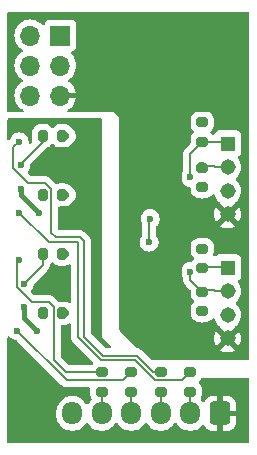
<source format=gbl>
%TF.GenerationSoftware,KiCad,Pcbnew,8.0.1*%
%TF.CreationDate,2024-08-07T00:37:21+09:00*%
%TF.ProjectId,insulation_board,696e7375-6c61-4746-996f-6e5f626f6172,rev?*%
%TF.SameCoordinates,Original*%
%TF.FileFunction,Copper,L2,Bot*%
%TF.FilePolarity,Positive*%
%FSLAX46Y46*%
G04 Gerber Fmt 4.6, Leading zero omitted, Abs format (unit mm)*
G04 Created by KiCad (PCBNEW 8.0.1) date 2024-08-07 00:37:21*
%MOMM*%
%LPD*%
G01*
G04 APERTURE LIST*
G04 Aperture macros list*
%AMRoundRect*
0 Rectangle with rounded corners*
0 $1 Rounding radius*
0 $2 $3 $4 $5 $6 $7 $8 $9 X,Y pos of 4 corners*
0 Add a 4 corners polygon primitive as box body*
4,1,4,$2,$3,$4,$5,$6,$7,$8,$9,$2,$3,0*
0 Add four circle primitives for the rounded corners*
1,1,$1+$1,$2,$3*
1,1,$1+$1,$4,$5*
1,1,$1+$1,$6,$7*
1,1,$1+$1,$8,$9*
0 Add four rect primitives between the rounded corners*
20,1,$1+$1,$2,$3,$4,$5,0*
20,1,$1+$1,$4,$5,$6,$7,0*
20,1,$1+$1,$6,$7,$8,$9,0*
20,1,$1+$1,$8,$9,$2,$3,0*%
G04 Aperture macros list end*
%TA.AperFunction,ComponentPad*%
%ADD10R,1.308000X1.308000*%
%TD*%
%TA.AperFunction,ComponentPad*%
%ADD11C,1.308000*%
%TD*%
%TA.AperFunction,ComponentPad*%
%ADD12RoundRect,0.250000X0.600000X0.725000X-0.600000X0.725000X-0.600000X-0.725000X0.600000X-0.725000X0*%
%TD*%
%TA.AperFunction,ComponentPad*%
%ADD13O,1.700000X1.950000*%
%TD*%
%TA.AperFunction,ComponentPad*%
%ADD14O,1.700000X1.700000*%
%TD*%
%TA.AperFunction,ComponentPad*%
%ADD15R,1.700000X1.700000*%
%TD*%
%TA.AperFunction,SMDPad,CuDef*%
%ADD16RoundRect,0.200000X-0.275000X0.200000X-0.275000X-0.200000X0.275000X-0.200000X0.275000X0.200000X0*%
%TD*%
%TA.AperFunction,SMDPad,CuDef*%
%ADD17RoundRect,0.200000X-0.200000X-0.275000X0.200000X-0.275000X0.200000X0.275000X-0.200000X0.275000X0*%
%TD*%
%TA.AperFunction,SMDPad,CuDef*%
%ADD18RoundRect,0.200000X0.275000X-0.200000X0.275000X0.200000X-0.275000X0.200000X-0.275000X-0.200000X0*%
%TD*%
%TA.AperFunction,ViaPad*%
%ADD19C,0.600000*%
%TD*%
%TA.AperFunction,Conductor*%
%ADD20C,1.500000*%
%TD*%
%TA.AperFunction,Conductor*%
%ADD21C,0.500000*%
%TD*%
%TA.AperFunction,Conductor*%
%ADD22C,0.400000*%
%TD*%
%TA.AperFunction,Conductor*%
%ADD23C,0.200000*%
%TD*%
G04 APERTURE END LIST*
D10*
%TO.P,J4,1,1*%
%TO.N,AN2*%
X181650000Y-54650000D03*
D11*
%TO.P,J4,2,2*%
%TO.N,AN1*%
X181650000Y-56650000D03*
%TO.P,J4,3,3*%
%TO.N,unconnected-(J4-Pad3)*%
X181650000Y-58650000D03*
%TO.P,J4,4,4*%
%TO.N,GND*%
X181650000Y-60650000D03*
%TD*%
D12*
%TO.P,J1,1,Pin_1*%
%TO.N,GND2*%
X181000000Y-77500000D03*
D13*
%TO.P,J1,2,Pin_2*%
%TO.N,DIR_R*%
X178500000Y-77500000D03*
%TO.P,J1,3,Pin_3*%
%TO.N,PWM_R*%
X176000000Y-77500000D03*
%TO.P,J1,4,Pin_4*%
%TO.N,DIR_L*%
X173500000Y-77500000D03*
%TO.P,J1,5,Pin_5*%
%TO.N,PWM_L*%
X171000000Y-77500000D03*
%TO.P,J1,6,Pin_6*%
%TO.N,+3V3*%
X168500000Y-77500000D03*
%TD*%
D10*
%TO.P,J2,1,1*%
%TO.N,IN2*%
X181650000Y-65150000D03*
D11*
%TO.P,J2,2,2*%
%TO.N,IN1*%
X181650000Y-67150000D03*
%TO.P,J2,3,3*%
%TO.N,unconnected-(J2-Pad3)*%
X181650000Y-69150000D03*
%TO.P,J2,4,4*%
%TO.N,GND*%
X181650000Y-71150000D03*
%TD*%
D14*
%TO.P,J3,6,Pin_6*%
%TO.N,unconnected-(J3-Pin_6-Pad6)*%
X164960000Y-50580000D03*
%TO.P,J3,5,Pin_5*%
%TO.N,GND*%
X167500000Y-50580000D03*
%TO.P,J3,4,Pin_4*%
%TO.N,unconnected-(J3-Pin_4-Pad4)*%
X164960000Y-48040000D03*
%TO.P,J3,3,Pin_3*%
%TO.N,+5V*%
X167500000Y-48040000D03*
%TO.P,J3,2,Pin_2*%
%TO.N,unconnected-(J3-Pin_2-Pad2)*%
X164960000Y-45500000D03*
D15*
%TO.P,J3,1,Pin_1*%
%TO.N,unconnected-(J3-Pin_1-Pad1)*%
X167500000Y-45500000D03*
%TD*%
D16*
%TO.P,R7,1*%
%TO.N,IN1*%
X179500000Y-67190000D03*
%TO.P,R7,2*%
%TO.N,+5V*%
X179500000Y-68840000D03*
%TD*%
D17*
%TO.P,R1,1*%
%TO.N,n_DIR_R*%
X166000000Y-54000000D03*
%TO.P,R1,2*%
%TO.N,Net-(IC1-A_1)*%
X167650000Y-54000000D03*
%TD*%
D18*
%TO.P,R5,1*%
%TO.N,IN2*%
X179500000Y-65190000D03*
%TO.P,R5,2*%
%TO.N,+5V*%
X179500000Y-63540000D03*
%TD*%
D17*
%TO.P,R4,1*%
%TO.N,n_PWM_L*%
X166000000Y-69000000D03*
%TO.P,R4,2*%
%TO.N,Net-(IC1-A_4)*%
X167650000Y-69000000D03*
%TD*%
D16*
%TO.P,R10,1*%
%TO.N,Net-(Q1-G2)*%
X176000000Y-74000000D03*
%TO.P,R10,2*%
%TO.N,PWM_R*%
X176000000Y-75650000D03*
%TD*%
D17*
%TO.P,R2,1*%
%TO.N,n_PWM_R*%
X166000000Y-59000000D03*
%TO.P,R2,2*%
%TO.N,Net-(IC1-A_2)*%
X167650000Y-59000000D03*
%TD*%
D16*
%TO.P,R8,1*%
%TO.N,AN1*%
X179500000Y-56690000D03*
%TO.P,R8,2*%
%TO.N,+5V*%
X179500000Y-58340000D03*
%TD*%
D18*
%TO.P,R6,1*%
%TO.N,AN2*%
X179500000Y-54500000D03*
%TO.P,R6,2*%
%TO.N,+5V*%
X179500000Y-52850000D03*
%TD*%
D16*
%TO.P,R16,1*%
%TO.N,Net-(Q2-G1)*%
X173500000Y-74000000D03*
%TO.P,R16,2*%
%TO.N,DIR_L*%
X173500000Y-75650000D03*
%TD*%
%TO.P,R11,1*%
%TO.N,Net-(Q1-G1)*%
X178500000Y-74000000D03*
%TO.P,R11,2*%
%TO.N,DIR_R*%
X178500000Y-75650000D03*
%TD*%
%TO.P,R13,1*%
%TO.N,Net-(Q2-G2)*%
X171000000Y-74000000D03*
%TO.P,R13,2*%
%TO.N,PWM_L*%
X171000000Y-75650000D03*
%TD*%
D17*
%TO.P,R3,1*%
%TO.N,n_DIR_L*%
X166000000Y-64000000D03*
%TO.P,R3,2*%
%TO.N,Net-(IC1-A_3)*%
X167650000Y-64000000D03*
%TD*%
D19*
%TO.N,GND*%
X169500000Y-50500000D03*
X180500000Y-59500000D03*
X173500000Y-69000000D03*
X183000000Y-70000000D03*
X173000000Y-60500000D03*
X177000000Y-61500000D03*
X170500000Y-45000000D03*
X179500000Y-71000000D03*
X183000000Y-72500000D03*
X177000000Y-56500000D03*
X174500000Y-71000000D03*
X177000000Y-71500000D03*
X182000000Y-51500000D03*
X180500000Y-70000000D03*
X182500000Y-62000000D03*
X172000000Y-50500000D03*
X177000000Y-66500000D03*
X174000000Y-53000000D03*
X182500000Y-46000000D03*
X176500000Y-46000000D03*
X180500000Y-72500000D03*
X180500000Y-61500000D03*
X183000000Y-59500000D03*
%TO.N,+5V*%
X179500000Y-53000000D03*
X179500000Y-69000000D03*
X179500000Y-58500000D03*
X179500000Y-63500000D03*
%TO.N,Net-(IC1-A_2)*%
X168000000Y-59000000D03*
%TO.N,GND2*%
X168000000Y-66500000D03*
X168000000Y-56500000D03*
X164000000Y-77500000D03*
X164000000Y-79000000D03*
X181000000Y-79500000D03*
X168000000Y-61500000D03*
X181000000Y-75500000D03*
X169500000Y-76000000D03*
X168000000Y-71500000D03*
X165500000Y-78000000D03*
X183000000Y-77500000D03*
%TO.N,Net-(IC1-A_3)*%
X168000000Y-64000000D03*
%TO.N,Net-(IC1-A_1)*%
X168000000Y-54000000D03*
%TO.N,Net-(IC1-A_4)*%
X168000000Y-69000000D03*
%TO.N,+3V3*%
X165500000Y-70500000D03*
X164424998Y-68500000D03*
X164124998Y-58500000D03*
X165650000Y-60500000D03*
%TO.N,AN2*%
X178500000Y-57500000D03*
%TO.N,IN2*%
X179500000Y-65000000D03*
%TO.N,AN1*%
X175100000Y-61000000D03*
X179500000Y-56500000D03*
X175000000Y-63000000D03*
%TO.N,IN1*%
X178500000Y-65500000D03*
%TO.N,Net-(Q1-G1)*%
X164000000Y-60500000D03*
%TO.N,n_PWM_R*%
X166000000Y-59000000D03*
%TO.N,Net-(Q1-G2)*%
X164000000Y-54500000D03*
%TO.N,n_DIR_R*%
X164124998Y-56500000D03*
%TO.N,Net-(Q2-G2)*%
X164000000Y-64500000D03*
%TO.N,n_PWM_L*%
X166000000Y-69000000D03*
%TO.N,Net-(Q2-G1)*%
X163850000Y-70500000D03*
%TO.N,n_DIR_L*%
X164424998Y-66500000D03*
%TD*%
D20*
%TO.N,GND*%
X177000000Y-56500000D02*
X177000000Y-61500000D01*
X177000000Y-66500000D02*
X177000000Y-71500000D01*
X177000000Y-61500000D02*
X177000000Y-66500000D01*
D21*
%TO.N,+5V*%
X179500000Y-52850000D02*
X179500000Y-53000000D01*
D22*
%TO.N,+3V3*%
X164424998Y-69424998D02*
X165500000Y-70500000D01*
X164424998Y-68500000D02*
X164424998Y-69424998D01*
X164124998Y-58500000D02*
X164124998Y-58974998D01*
X164124998Y-58974998D02*
X165650000Y-60500000D01*
D23*
%TO.N,AN2*%
X178500000Y-55500000D02*
X179500000Y-54500000D01*
X179500000Y-54500000D02*
X181500000Y-54500000D01*
X178500000Y-57500000D02*
X178500000Y-55500000D01*
X181500000Y-54500000D02*
X181650000Y-54650000D01*
%TO.N,IN2*%
X179500000Y-65190000D02*
X179500000Y-65000000D01*
X181610000Y-65190000D02*
X181650000Y-65150000D01*
X179500000Y-65000000D02*
X181610000Y-65190000D01*
%TO.N,AN1*%
X175100000Y-61000000D02*
X175000000Y-61100000D01*
X175000000Y-62500000D02*
X175000000Y-63000000D01*
X175000000Y-61100000D02*
X175000000Y-62500000D01*
X179500000Y-56690000D02*
X179500000Y-56500000D01*
X181610000Y-56690000D02*
X181650000Y-56650000D01*
X179500000Y-56500000D02*
X181610000Y-56690000D01*
%TO.N,IN1*%
X179500000Y-67000000D02*
X181610000Y-67190000D01*
X179500000Y-67190000D02*
X179500000Y-67000000D01*
X178500000Y-66190000D02*
X179500000Y-67190000D01*
X181610000Y-67190000D02*
X181650000Y-67150000D01*
X178500000Y-65500000D02*
X178500000Y-66190000D01*
%TO.N,PWM_R*%
X176000000Y-75650000D02*
X176000000Y-77500000D01*
%TO.N,DIR_L*%
X173500000Y-75650000D02*
X173500000Y-77500000D01*
%TO.N,PWM_L*%
X171000000Y-75650000D02*
X171000000Y-77500000D01*
%TO.N,DIR_R*%
X178500000Y-75650000D02*
X178500000Y-77500000D01*
%TO.N,Net-(Q1-G1)*%
X170934314Y-73000000D02*
X173812352Y-73000000D01*
X175512352Y-74700000D02*
X177800000Y-74700000D01*
X164000000Y-60500000D02*
X166500000Y-63000000D01*
X169000000Y-71065686D02*
X170934314Y-73000000D01*
X169000000Y-63000000D02*
X169000000Y-71065686D01*
X166500000Y-63000000D02*
X169000000Y-63000000D01*
X173812352Y-73000000D02*
X175512352Y-74700000D01*
X177800000Y-74700000D02*
X178500000Y-74000000D01*
%TO.N,Net-(Q1-G2)*%
X166700000Y-58512352D02*
X166700000Y-62200000D01*
X166700000Y-62200000D02*
X167100000Y-62600000D01*
X164776469Y-58000000D02*
X166187648Y-58000000D01*
X166187648Y-58000000D02*
X166700000Y-58512352D01*
X163524998Y-54975002D02*
X163524998Y-56748529D01*
X167100000Y-62600000D02*
X169165685Y-62600000D01*
X169500000Y-62934315D02*
X169500000Y-71000000D01*
X169500000Y-71000000D02*
X171100000Y-72600000D01*
X163524998Y-56748529D02*
X164776469Y-58000000D01*
X175378038Y-74000000D02*
X176000000Y-74000000D01*
X173978038Y-72600000D02*
X175378038Y-74000000D01*
X164000000Y-54500000D02*
X163524998Y-54975002D01*
X169165685Y-62600000D02*
X169500000Y-62934315D01*
X171100000Y-72600000D02*
X173978038Y-72600000D01*
%TO.N,n_DIR_R*%
X166000000Y-54500000D02*
X166000000Y-54000000D01*
X164124998Y-56375002D02*
X166000000Y-54500000D01*
X164124998Y-56500000D02*
X164124998Y-56375002D01*
%TO.N,Net-(Q2-G2)*%
X165065686Y-68065686D02*
X166503334Y-68065686D01*
X163824998Y-66824998D02*
X165065686Y-68065686D01*
X166950000Y-68512352D02*
X166950000Y-72950000D01*
X163824998Y-64675002D02*
X163824998Y-66824998D01*
X168000000Y-74000000D02*
X171000000Y-74000000D01*
X164000000Y-64500000D02*
X163824998Y-64675002D01*
X166503334Y-68065686D02*
X166950000Y-68512352D01*
X166950000Y-72950000D02*
X168000000Y-74000000D01*
%TO.N,Net-(Q2-G1)*%
X163850000Y-70500000D02*
X168050000Y-74700000D01*
X168050000Y-74700000D02*
X172800000Y-74700000D01*
X172800000Y-74700000D02*
X173500000Y-74000000D01*
%TO.N,n_DIR_L*%
X164424998Y-66500000D02*
X166000000Y-64924998D01*
X166000000Y-64924998D02*
X166000000Y-64000000D01*
%TD*%
%TA.AperFunction,Conductor*%
%TO.N,GND*%
G36*
X183442539Y-43519685D02*
G01*
X183488294Y-43572489D01*
X183499500Y-43624000D01*
X183499500Y-72876000D01*
X183479815Y-72943039D01*
X183427011Y-72988794D01*
X183375500Y-73000000D01*
X175278635Y-73000000D01*
X175211596Y-72980315D01*
X175190954Y-72963681D01*
X174465628Y-72238355D01*
X174465626Y-72238352D01*
X174346755Y-72119481D01*
X174346754Y-72119480D01*
X174259942Y-72069360D01*
X174259942Y-72069359D01*
X174259938Y-72069358D01*
X174209823Y-72040423D01*
X174057095Y-71999499D01*
X174050861Y-71999499D01*
X173983822Y-71979814D01*
X173963180Y-71963180D01*
X172536319Y-70536319D01*
X172502834Y-70474996D01*
X172500000Y-70448638D01*
X172500000Y-65500003D01*
X177694435Y-65500003D01*
X177714630Y-65679249D01*
X177714631Y-65679254D01*
X177774211Y-65849523D01*
X177834498Y-65945468D01*
X177867341Y-65997738D01*
X177870185Y-66002263D01*
X177872445Y-66005097D01*
X177873334Y-66007275D01*
X177873889Y-66008158D01*
X177873734Y-66008255D01*
X177898855Y-66069783D01*
X177899500Y-66082412D01*
X177899500Y-66103330D01*
X177899499Y-66103348D01*
X177899499Y-66269054D01*
X177899498Y-66269054D01*
X177940423Y-66421786D01*
X177951182Y-66440419D01*
X177951183Y-66440424D01*
X177951184Y-66440424D01*
X178019475Y-66558709D01*
X178019481Y-66558717D01*
X178138349Y-66677585D01*
X178138355Y-66677590D01*
X178488181Y-67027416D01*
X178521666Y-67088739D01*
X178524500Y-67115097D01*
X178524500Y-67446616D01*
X178526188Y-67465186D01*
X178530913Y-67517192D01*
X178581522Y-67679606D01*
X178669530Y-67825188D01*
X178771661Y-67927319D01*
X178805146Y-67988642D01*
X178800162Y-68058334D01*
X178771661Y-68102681D01*
X178669531Y-68204810D01*
X178669530Y-68204811D01*
X178581522Y-68350393D01*
X178530913Y-68512807D01*
X178524500Y-68583386D01*
X178524500Y-69096613D01*
X178530913Y-69167192D01*
X178530913Y-69167194D01*
X178530914Y-69167196D01*
X178581522Y-69329606D01*
X178601738Y-69363048D01*
X178669530Y-69475188D01*
X178789811Y-69595469D01*
X178789813Y-69595470D01*
X178789815Y-69595472D01*
X178935394Y-69683478D01*
X179097804Y-69734086D01*
X179168384Y-69740500D01*
X179171453Y-69740500D01*
X179212407Y-69747458D01*
X179320745Y-69785368D01*
X179320751Y-69785368D01*
X179320753Y-69785369D01*
X179499996Y-69805565D01*
X179500000Y-69805565D01*
X179500004Y-69805565D01*
X179679246Y-69785369D01*
X179679245Y-69785369D01*
X179679255Y-69785368D01*
X179787592Y-69747458D01*
X179828547Y-69740500D01*
X179831613Y-69740500D01*
X179831616Y-69740500D01*
X179902196Y-69734086D01*
X180064606Y-69683478D01*
X180210185Y-69595472D01*
X180330472Y-69475185D01*
X180330474Y-69475180D01*
X180335094Y-69469285D01*
X180337576Y-69471230D01*
X180378504Y-69433712D01*
X180447357Y-69421839D01*
X180511700Y-69449075D01*
X180551104Y-69506773D01*
X180552416Y-69511087D01*
X180568847Y-69568837D01*
X180568849Y-69568841D01*
X180664219Y-69760370D01*
X180793160Y-69931115D01*
X180951275Y-70075256D01*
X180968792Y-70086102D01*
X181015428Y-70138130D01*
X181020166Y-70166612D01*
X181603554Y-70750000D01*
X181597339Y-70750000D01*
X181495606Y-70777259D01*
X181404394Y-70829920D01*
X181329920Y-70904394D01*
X181277259Y-70995606D01*
X181250000Y-71097339D01*
X181250000Y-71103553D01*
X180673980Y-70527533D01*
X180664646Y-70539893D01*
X180569321Y-70731330D01*
X180569315Y-70731345D01*
X180510789Y-70937043D01*
X180510788Y-70937045D01*
X180491056Y-71149999D01*
X180491056Y-71150000D01*
X180510788Y-71362954D01*
X180510789Y-71362956D01*
X180569315Y-71568654D01*
X180569321Y-71568669D01*
X180664642Y-71760099D01*
X180664647Y-71760107D01*
X180673980Y-71772465D01*
X181250000Y-71196445D01*
X181250000Y-71202661D01*
X181277259Y-71304394D01*
X181329920Y-71395606D01*
X181404394Y-71470080D01*
X181495606Y-71522741D01*
X181597339Y-71550000D01*
X181603553Y-71550000D01*
X181030086Y-72123465D01*
X181133413Y-72187443D01*
X181133414Y-72187444D01*
X181332837Y-72264700D01*
X181543068Y-72304000D01*
X181756932Y-72304000D01*
X181967162Y-72264700D01*
X182166585Y-72187444D01*
X182166589Y-72187442D01*
X182269911Y-72123466D01*
X182269911Y-72123465D01*
X181696448Y-71550000D01*
X181702661Y-71550000D01*
X181804394Y-71522741D01*
X181895606Y-71470080D01*
X181970080Y-71395606D01*
X182022741Y-71304394D01*
X182050000Y-71202661D01*
X182050000Y-71196446D01*
X182626018Y-71772464D01*
X182626019Y-71772464D01*
X182635352Y-71760107D01*
X182635355Y-71760102D01*
X182730678Y-71568669D01*
X182730684Y-71568654D01*
X182789210Y-71362956D01*
X182789211Y-71362954D01*
X182808944Y-71150000D01*
X182808944Y-71149999D01*
X182789211Y-70937045D01*
X182789210Y-70937043D01*
X182730684Y-70731345D01*
X182730678Y-70731330D01*
X182635357Y-70539901D01*
X182635355Y-70539898D01*
X182626018Y-70527534D01*
X182050000Y-71103552D01*
X182050000Y-71097339D01*
X182022741Y-70995606D01*
X181970080Y-70904394D01*
X181895606Y-70829920D01*
X181804394Y-70777259D01*
X181702661Y-70750000D01*
X181696447Y-70750000D01*
X182280087Y-70166357D01*
X182285137Y-70136959D01*
X182331203Y-70086105D01*
X182348722Y-70075258D01*
X182506841Y-69931114D01*
X182635781Y-69760370D01*
X182731151Y-69568840D01*
X182731151Y-69568837D01*
X182731153Y-69568835D01*
X182789703Y-69363050D01*
X182789704Y-69363047D01*
X182809446Y-69150000D01*
X182809446Y-69149999D01*
X182789704Y-68936952D01*
X182789703Y-68936949D01*
X182731153Y-68731164D01*
X182731150Y-68731158D01*
X182635781Y-68539630D01*
X182506841Y-68368886D01*
X182367251Y-68241633D01*
X182330973Y-68181927D01*
X182332733Y-68112079D01*
X182367251Y-68058366D01*
X182506841Y-67931114D01*
X182635781Y-67760370D01*
X182731151Y-67568840D01*
X182731151Y-67568837D01*
X182731153Y-67568835D01*
X182789703Y-67363050D01*
X182789704Y-67363047D01*
X182809446Y-67150000D01*
X182809446Y-67149999D01*
X182789704Y-66936952D01*
X182789703Y-66936949D01*
X182731153Y-66731164D01*
X182731150Y-66731158D01*
X182635781Y-66539630D01*
X182537724Y-66409782D01*
X182513033Y-66344422D01*
X182527598Y-66276087D01*
X182562366Y-66235791D01*
X182661546Y-66161546D01*
X182747796Y-66046331D01*
X182798091Y-65911483D01*
X182804500Y-65851873D01*
X182804499Y-64448128D01*
X182798091Y-64388517D01*
X182776868Y-64331616D01*
X182747797Y-64253671D01*
X182747793Y-64253664D01*
X182661547Y-64138455D01*
X182661544Y-64138452D01*
X182546335Y-64052206D01*
X182546328Y-64052202D01*
X182411482Y-64001908D01*
X182411483Y-64001908D01*
X182351883Y-63995501D01*
X182351881Y-63995500D01*
X182351873Y-63995500D01*
X182351864Y-63995500D01*
X180948129Y-63995500D01*
X180948123Y-63995501D01*
X180888516Y-64001908D01*
X180753671Y-64052202D01*
X180753664Y-64052206D01*
X180638455Y-64138452D01*
X180638453Y-64138454D01*
X180635725Y-64142099D01*
X180579789Y-64183967D01*
X180510098Y-64188948D01*
X180448776Y-64155460D01*
X180415294Y-64094135D01*
X180418076Y-64030893D01*
X180418476Y-64029609D01*
X180418478Y-64029606D01*
X180469086Y-63867196D01*
X180475500Y-63796616D01*
X180475500Y-63283384D01*
X180469086Y-63212804D01*
X180418478Y-63050394D01*
X180330472Y-62904815D01*
X180330470Y-62904813D01*
X180330469Y-62904811D01*
X180210188Y-62784530D01*
X180064606Y-62696522D01*
X179902196Y-62645914D01*
X179902194Y-62645913D01*
X179902192Y-62645913D01*
X179852778Y-62641423D01*
X179831616Y-62639500D01*
X179168384Y-62639500D01*
X179149145Y-62641248D01*
X179097807Y-62645913D01*
X178935393Y-62696522D01*
X178789811Y-62784530D01*
X178669530Y-62904811D01*
X178581522Y-63050393D01*
X178530913Y-63212807D01*
X178524500Y-63283386D01*
X178524500Y-63796613D01*
X178530913Y-63867192D01*
X178581522Y-64029606D01*
X178669530Y-64175188D01*
X178771661Y-64277319D01*
X178805146Y-64338642D01*
X178800162Y-64408334D01*
X178771661Y-64452681D01*
X178669531Y-64554810D01*
X178669528Y-64554814D01*
X178620780Y-64635453D01*
X178569252Y-64682640D01*
X178506963Y-64693452D01*
X178506963Y-64694435D01*
X178501304Y-64694435D01*
X178500791Y-64694524D01*
X178500000Y-64694435D01*
X178499996Y-64694435D01*
X178320750Y-64714630D01*
X178320745Y-64714631D01*
X178150476Y-64774211D01*
X177997737Y-64870184D01*
X177870184Y-64997737D01*
X177774211Y-65150476D01*
X177714631Y-65320745D01*
X177714630Y-65320750D01*
X177694435Y-65499996D01*
X177694435Y-65500003D01*
X172500000Y-65500003D01*
X172500000Y-63000003D01*
X174194435Y-63000003D01*
X174214630Y-63179249D01*
X174214631Y-63179254D01*
X174274211Y-63349523D01*
X174328168Y-63435394D01*
X174370184Y-63502262D01*
X174497738Y-63629816D01*
X174559119Y-63668384D01*
X174632721Y-63714632D01*
X174650478Y-63725789D01*
X174788860Y-63774211D01*
X174820745Y-63785368D01*
X174820750Y-63785369D01*
X174999996Y-63805565D01*
X175000000Y-63805565D01*
X175000004Y-63805565D01*
X175179249Y-63785369D01*
X175179252Y-63785368D01*
X175179255Y-63785368D01*
X175349522Y-63725789D01*
X175502262Y-63629816D01*
X175629816Y-63502262D01*
X175725789Y-63349522D01*
X175785368Y-63179255D01*
X175802082Y-63030914D01*
X175805565Y-63000003D01*
X175805565Y-62999996D01*
X175785369Y-62820750D01*
X175785368Y-62820745D01*
X175725788Y-62650476D01*
X175629813Y-62497734D01*
X175627550Y-62494896D01*
X175626659Y-62492715D01*
X175626111Y-62491842D01*
X175626264Y-62491745D01*
X175601144Y-62430209D01*
X175600500Y-62417587D01*
X175600500Y-61682940D01*
X175620185Y-61615901D01*
X175636819Y-61595259D01*
X175729816Y-61502262D01*
X175825789Y-61349522D01*
X175885368Y-61179255D01*
X175887203Y-61162968D01*
X175905565Y-61000003D01*
X175905565Y-60999996D01*
X175885369Y-60820750D01*
X175885368Y-60820745D01*
X175848237Y-60714632D01*
X175825789Y-60650478D01*
X175729816Y-60497738D01*
X175602262Y-60370184D01*
X175449523Y-60274211D01*
X175279254Y-60214631D01*
X175279249Y-60214630D01*
X175100004Y-60194435D01*
X175099996Y-60194435D01*
X174920750Y-60214630D01*
X174920745Y-60214631D01*
X174750476Y-60274211D01*
X174597737Y-60370184D01*
X174470184Y-60497737D01*
X174374211Y-60650476D01*
X174314631Y-60820745D01*
X174314630Y-60820750D01*
X174294435Y-60999996D01*
X174294435Y-61000003D01*
X174314630Y-61179249D01*
X174314631Y-61179254D01*
X174374212Y-61349525D01*
X174380492Y-61359519D01*
X174399500Y-61425493D01*
X174399500Y-62417587D01*
X174379815Y-62484626D01*
X174372450Y-62494896D01*
X174370186Y-62497734D01*
X174274211Y-62650476D01*
X174214631Y-62820745D01*
X174214630Y-62820750D01*
X174194435Y-62999996D01*
X174194435Y-63000003D01*
X172500000Y-63000003D01*
X172500000Y-57500003D01*
X177694435Y-57500003D01*
X177714630Y-57679249D01*
X177714631Y-57679254D01*
X177774211Y-57849523D01*
X177858830Y-57984192D01*
X177870184Y-58002262D01*
X177997738Y-58129816D01*
X178150478Y-58225789D01*
X178320745Y-58285368D01*
X178320750Y-58285369D01*
X178379609Y-58292000D01*
X178414382Y-58295918D01*
X178478796Y-58322984D01*
X178518352Y-58380578D01*
X178524500Y-58419138D01*
X178524500Y-58596613D01*
X178530913Y-58667192D01*
X178530913Y-58667194D01*
X178530914Y-58667196D01*
X178581522Y-58829606D01*
X178627706Y-58906004D01*
X178669530Y-58975188D01*
X178789811Y-59095469D01*
X178789813Y-59095470D01*
X178789815Y-59095472D01*
X178935394Y-59183478D01*
X179097804Y-59234086D01*
X179168384Y-59240500D01*
X179171453Y-59240500D01*
X179212407Y-59247458D01*
X179320745Y-59285368D01*
X179320751Y-59285368D01*
X179320753Y-59285369D01*
X179499996Y-59305565D01*
X179500000Y-59305565D01*
X179500004Y-59305565D01*
X179679246Y-59285369D01*
X179679245Y-59285369D01*
X179679255Y-59285368D01*
X179787592Y-59247458D01*
X179828547Y-59240500D01*
X179831613Y-59240500D01*
X179831616Y-59240500D01*
X179902196Y-59234086D01*
X180064606Y-59183478D01*
X180210185Y-59095472D01*
X180330472Y-58975185D01*
X180330474Y-58975180D01*
X180335094Y-58969285D01*
X180337576Y-58971230D01*
X180378504Y-58933712D01*
X180447357Y-58921839D01*
X180511700Y-58949075D01*
X180551104Y-59006773D01*
X180552416Y-59011087D01*
X180568847Y-59068837D01*
X180568849Y-59068841D01*
X180664219Y-59260370D01*
X180793160Y-59431115D01*
X180951275Y-59575256D01*
X180968792Y-59586102D01*
X181015428Y-59638130D01*
X181020166Y-59666612D01*
X181603554Y-60250000D01*
X181597339Y-60250000D01*
X181495606Y-60277259D01*
X181404394Y-60329920D01*
X181329920Y-60404394D01*
X181277259Y-60495606D01*
X181250000Y-60597339D01*
X181250000Y-60603553D01*
X180673980Y-60027533D01*
X180664646Y-60039893D01*
X180569321Y-60231330D01*
X180569315Y-60231345D01*
X180510789Y-60437043D01*
X180510788Y-60437045D01*
X180491056Y-60649999D01*
X180491056Y-60650000D01*
X180510788Y-60862954D01*
X180510789Y-60862956D01*
X180569315Y-61068654D01*
X180569321Y-61068669D01*
X180664642Y-61260099D01*
X180664647Y-61260107D01*
X180673980Y-61272465D01*
X181250000Y-60696445D01*
X181250000Y-60702661D01*
X181277259Y-60804394D01*
X181329920Y-60895606D01*
X181404394Y-60970080D01*
X181495606Y-61022741D01*
X181597339Y-61050000D01*
X181603553Y-61050000D01*
X181030086Y-61623465D01*
X181133413Y-61687443D01*
X181133414Y-61687444D01*
X181332837Y-61764700D01*
X181543068Y-61804000D01*
X181756932Y-61804000D01*
X181967162Y-61764700D01*
X182166585Y-61687444D01*
X182166589Y-61687442D01*
X182269911Y-61623466D01*
X182269911Y-61623465D01*
X181696448Y-61050000D01*
X181702661Y-61050000D01*
X181804394Y-61022741D01*
X181895606Y-60970080D01*
X181970080Y-60895606D01*
X182022741Y-60804394D01*
X182050000Y-60702661D01*
X182050000Y-60696446D01*
X182626018Y-61272464D01*
X182626019Y-61272464D01*
X182635352Y-61260107D01*
X182635355Y-61260102D01*
X182730678Y-61068669D01*
X182730684Y-61068654D01*
X182789210Y-60862956D01*
X182789211Y-60862954D01*
X182808944Y-60650000D01*
X182808944Y-60649999D01*
X182789211Y-60437045D01*
X182789210Y-60437043D01*
X182730684Y-60231345D01*
X182730678Y-60231330D01*
X182635357Y-60039901D01*
X182635355Y-60039898D01*
X182626018Y-60027534D01*
X182050000Y-60603552D01*
X182050000Y-60597339D01*
X182022741Y-60495606D01*
X181970080Y-60404394D01*
X181895606Y-60329920D01*
X181804394Y-60277259D01*
X181702661Y-60250000D01*
X181696447Y-60250000D01*
X182280087Y-59666357D01*
X182285137Y-59636959D01*
X182331203Y-59586105D01*
X182348722Y-59575258D01*
X182506841Y-59431114D01*
X182635781Y-59260370D01*
X182731151Y-59068840D01*
X182731151Y-59068837D01*
X182731153Y-59068835D01*
X182789703Y-58863050D01*
X182789704Y-58863047D01*
X182809446Y-58650000D01*
X182809446Y-58649999D01*
X182789704Y-58436952D01*
X182789703Y-58436949D01*
X182731153Y-58231164D01*
X182731150Y-58231158D01*
X182680688Y-58129816D01*
X182635781Y-58039630D01*
X182506841Y-57868886D01*
X182367251Y-57741633D01*
X182330973Y-57681927D01*
X182332733Y-57612079D01*
X182367251Y-57558366D01*
X182506841Y-57431114D01*
X182635781Y-57260370D01*
X182731151Y-57068840D01*
X182731151Y-57068837D01*
X182731153Y-57068835D01*
X182789703Y-56863050D01*
X182789704Y-56863047D01*
X182809446Y-56650000D01*
X182809446Y-56649999D01*
X182789704Y-56436952D01*
X182789703Y-56436949D01*
X182731153Y-56231164D01*
X182731150Y-56231158D01*
X182690976Y-56150478D01*
X182635781Y-56039630D01*
X182537724Y-55909782D01*
X182513033Y-55844422D01*
X182527598Y-55776087D01*
X182562366Y-55735791D01*
X182661546Y-55661546D01*
X182747796Y-55546331D01*
X182798091Y-55411483D01*
X182804500Y-55351873D01*
X182804499Y-53948128D01*
X182798091Y-53888517D01*
X182791253Y-53870184D01*
X182747797Y-53753671D01*
X182747793Y-53753664D01*
X182661547Y-53638455D01*
X182661544Y-53638452D01*
X182546335Y-53552206D01*
X182546328Y-53552202D01*
X182411482Y-53501908D01*
X182411483Y-53501908D01*
X182351883Y-53495501D01*
X182351881Y-53495500D01*
X182351873Y-53495500D01*
X182351864Y-53495500D01*
X180948129Y-53495500D01*
X180948123Y-53495501D01*
X180888516Y-53501908D01*
X180753671Y-53552202D01*
X180753664Y-53552206D01*
X180638455Y-53638452D01*
X180638452Y-53638455D01*
X180552206Y-53753664D01*
X180552202Y-53753671D01*
X180529204Y-53815335D01*
X180487333Y-53871268D01*
X180421869Y-53895686D01*
X180353596Y-53880835D01*
X180325341Y-53859683D01*
X180228339Y-53762681D01*
X180194854Y-53701358D01*
X180199838Y-53631666D01*
X180228339Y-53587319D01*
X180330468Y-53485189D01*
X180330469Y-53485188D01*
X180330472Y-53485185D01*
X180418478Y-53339606D01*
X180469086Y-53177196D01*
X180475500Y-53106616D01*
X180475500Y-52593384D01*
X180469086Y-52522804D01*
X180418478Y-52360394D01*
X180330472Y-52214815D01*
X180330470Y-52214813D01*
X180330469Y-52214811D01*
X180210188Y-52094530D01*
X180064606Y-52006522D01*
X180043676Y-52000000D01*
X179902196Y-51955914D01*
X179902194Y-51955913D01*
X179902192Y-51955913D01*
X179852778Y-51951423D01*
X179831616Y-51949500D01*
X179168384Y-51949500D01*
X179149145Y-51951248D01*
X179097807Y-51955913D01*
X178935393Y-52006522D01*
X178789811Y-52094530D01*
X178669530Y-52214811D01*
X178581522Y-52360393D01*
X178530913Y-52522807D01*
X178524500Y-52593386D01*
X178524500Y-53106613D01*
X178530913Y-53177192D01*
X178581522Y-53339606D01*
X178669530Y-53485188D01*
X178771661Y-53587319D01*
X178805146Y-53648642D01*
X178800162Y-53718334D01*
X178771661Y-53762681D01*
X178669531Y-53864810D01*
X178669530Y-53864811D01*
X178581522Y-54010393D01*
X178530913Y-54172807D01*
X178524500Y-54243386D01*
X178524500Y-54574902D01*
X178504815Y-54641941D01*
X178488181Y-54662583D01*
X178019481Y-55131282D01*
X178019477Y-55131287D01*
X177975889Y-55206786D01*
X177975889Y-55206787D01*
X177940423Y-55268214D01*
X177935827Y-55285368D01*
X177899499Y-55420943D01*
X177899499Y-55420945D01*
X177899499Y-55589046D01*
X177899500Y-55589059D01*
X177899500Y-56917587D01*
X177879815Y-56984626D01*
X177872450Y-56994896D01*
X177870186Y-56997734D01*
X177774211Y-57150476D01*
X177714631Y-57320745D01*
X177714630Y-57320750D01*
X177694435Y-57499996D01*
X177694435Y-57500003D01*
X172500000Y-57500003D01*
X172500000Y-52500000D01*
X172000000Y-52000000D01*
X168208500Y-52000000D01*
X168141461Y-51980315D01*
X168095706Y-51927511D01*
X168085762Y-51858353D01*
X168114787Y-51794797D01*
X168156095Y-51763618D01*
X168177578Y-51753600D01*
X168371082Y-51618105D01*
X168538105Y-51451082D01*
X168673600Y-51257578D01*
X168773429Y-51043492D01*
X168773432Y-51043486D01*
X168830636Y-50830000D01*
X167933012Y-50830000D01*
X167965925Y-50772993D01*
X168000000Y-50645826D01*
X168000000Y-50514174D01*
X167965925Y-50387007D01*
X167933012Y-50330000D01*
X168830636Y-50330000D01*
X168830635Y-50329999D01*
X168773432Y-50116513D01*
X168773429Y-50116507D01*
X168673600Y-49902422D01*
X168673599Y-49902420D01*
X168538113Y-49708926D01*
X168538108Y-49708920D01*
X168371078Y-49541890D01*
X168185405Y-49411879D01*
X168141780Y-49357302D01*
X168134588Y-49287804D01*
X168166110Y-49225449D01*
X168185406Y-49208730D01*
X168185842Y-49208425D01*
X168371401Y-49078495D01*
X168538495Y-48911401D01*
X168674035Y-48717830D01*
X168773903Y-48503663D01*
X168835063Y-48275408D01*
X168855659Y-48040000D01*
X168835063Y-47804592D01*
X168773903Y-47576337D01*
X168674035Y-47362171D01*
X168668424Y-47354158D01*
X168538496Y-47168600D01*
X168538493Y-47168597D01*
X168416567Y-47046671D01*
X168383084Y-46985351D01*
X168388068Y-46915659D01*
X168429939Y-46859725D01*
X168460915Y-46842810D01*
X168592331Y-46793796D01*
X168707546Y-46707546D01*
X168793796Y-46592331D01*
X168844091Y-46457483D01*
X168850500Y-46397873D01*
X168850499Y-44602128D01*
X168844091Y-44542517D01*
X168842810Y-44539083D01*
X168793797Y-44407671D01*
X168793793Y-44407664D01*
X168707547Y-44292455D01*
X168707544Y-44292452D01*
X168592335Y-44206206D01*
X168592328Y-44206202D01*
X168457482Y-44155908D01*
X168457483Y-44155908D01*
X168397883Y-44149501D01*
X168397881Y-44149500D01*
X168397873Y-44149500D01*
X168397864Y-44149500D01*
X166602129Y-44149500D01*
X166602123Y-44149501D01*
X166542516Y-44155908D01*
X166407671Y-44206202D01*
X166407664Y-44206206D01*
X166292455Y-44292452D01*
X166292452Y-44292455D01*
X166206206Y-44407664D01*
X166206203Y-44407669D01*
X166157189Y-44539083D01*
X166115317Y-44595016D01*
X166049853Y-44619433D01*
X165981580Y-44604581D01*
X165953326Y-44583430D01*
X165831402Y-44461506D01*
X165831395Y-44461501D01*
X165637834Y-44325967D01*
X165637830Y-44325965D01*
X165637828Y-44325964D01*
X165423663Y-44226097D01*
X165423659Y-44226096D01*
X165423655Y-44226094D01*
X165195413Y-44164938D01*
X165195403Y-44164936D01*
X164960001Y-44144341D01*
X164959999Y-44144341D01*
X164724596Y-44164936D01*
X164724586Y-44164938D01*
X164496344Y-44226094D01*
X164496335Y-44226098D01*
X164282171Y-44325964D01*
X164282169Y-44325965D01*
X164088597Y-44461505D01*
X163921505Y-44628597D01*
X163785965Y-44822169D01*
X163785964Y-44822171D01*
X163686098Y-45036335D01*
X163686094Y-45036344D01*
X163624938Y-45264586D01*
X163624936Y-45264596D01*
X163604341Y-45499999D01*
X163604341Y-45500000D01*
X163624936Y-45735403D01*
X163624938Y-45735413D01*
X163686094Y-45963655D01*
X163686096Y-45963659D01*
X163686097Y-45963663D01*
X163770499Y-46144663D01*
X163785965Y-46177830D01*
X163785967Y-46177834D01*
X163921501Y-46371395D01*
X163921506Y-46371402D01*
X164088597Y-46538493D01*
X164088603Y-46538498D01*
X164274158Y-46668425D01*
X164317783Y-46723002D01*
X164324977Y-46792500D01*
X164293454Y-46854855D01*
X164274158Y-46871575D01*
X164088597Y-47001505D01*
X163921505Y-47168597D01*
X163785965Y-47362169D01*
X163785964Y-47362171D01*
X163686098Y-47576335D01*
X163686094Y-47576344D01*
X163624938Y-47804586D01*
X163624936Y-47804596D01*
X163604341Y-48039999D01*
X163604341Y-48040000D01*
X163624936Y-48275403D01*
X163624938Y-48275413D01*
X163686094Y-48503655D01*
X163686096Y-48503659D01*
X163686097Y-48503663D01*
X163690000Y-48512032D01*
X163785965Y-48717830D01*
X163785967Y-48717834D01*
X163894281Y-48872521D01*
X163921501Y-48911396D01*
X163921506Y-48911402D01*
X164088597Y-49078493D01*
X164088603Y-49078498D01*
X164274158Y-49208425D01*
X164317783Y-49263002D01*
X164324977Y-49332500D01*
X164293454Y-49394855D01*
X164274158Y-49411575D01*
X164088597Y-49541505D01*
X163921505Y-49708597D01*
X163785965Y-49902169D01*
X163785964Y-49902171D01*
X163686098Y-50116335D01*
X163686094Y-50116344D01*
X163624938Y-50344586D01*
X163624936Y-50344596D01*
X163604341Y-50579999D01*
X163604341Y-50580000D01*
X163624936Y-50815403D01*
X163624938Y-50815413D01*
X163686094Y-51043655D01*
X163686096Y-51043659D01*
X163686097Y-51043663D01*
X163769155Y-51221781D01*
X163785965Y-51257830D01*
X163785967Y-51257834D01*
X163894281Y-51412521D01*
X163921505Y-51451401D01*
X164088599Y-51618495D01*
X164185384Y-51686265D01*
X164282165Y-51754032D01*
X164282166Y-51754032D01*
X164282170Y-51754035D01*
X164302721Y-51763618D01*
X164355160Y-51809791D01*
X164374312Y-51876985D01*
X164354096Y-51943866D01*
X164300930Y-51989200D01*
X164250316Y-52000000D01*
X163124500Y-52000000D01*
X163057461Y-51980315D01*
X163011706Y-51927511D01*
X163000500Y-51876000D01*
X163000500Y-43624000D01*
X163020185Y-43556961D01*
X163072989Y-43511206D01*
X163124500Y-43500000D01*
X183375500Y-43500000D01*
X183442539Y-43519685D01*
G37*
%TD.AperFunction*%
%TD*%
%TA.AperFunction,Conductor*%
%TO.N,GND2*%
G36*
X163205703Y-70987445D02*
G01*
X163215229Y-70997368D01*
X163215260Y-70997338D01*
X163220184Y-71002262D01*
X163347738Y-71129816D01*
X163500478Y-71225789D01*
X163670745Y-71285368D01*
X163757669Y-71295161D01*
X163822080Y-71322226D01*
X163831465Y-71330700D01*
X167565139Y-75064374D01*
X167565149Y-75064385D01*
X167569479Y-75068715D01*
X167569480Y-75068716D01*
X167681284Y-75180520D01*
X167768095Y-75230639D01*
X167768097Y-75230641D01*
X167806151Y-75252611D01*
X167818215Y-75259577D01*
X167970943Y-75300501D01*
X167970946Y-75300501D01*
X168136653Y-75300501D01*
X168136669Y-75300500D01*
X169900500Y-75300500D01*
X169967539Y-75320185D01*
X170013294Y-75372989D01*
X170024500Y-75424500D01*
X170024500Y-75906613D01*
X170030913Y-75977192D01*
X170030913Y-75977194D01*
X170030914Y-75977196D01*
X170081522Y-76139606D01*
X170123184Y-76208523D01*
X170141021Y-76276077D01*
X170119504Y-76342551D01*
X170104750Y-76360354D01*
X169969889Y-76495215D01*
X169850318Y-76659793D01*
X169794989Y-76702459D01*
X169725375Y-76708438D01*
X169663580Y-76675833D01*
X169649682Y-76659793D01*
X169530109Y-76495214D01*
X169530105Y-76495209D01*
X169379786Y-76344890D01*
X169207820Y-76219951D01*
X169018414Y-76123444D01*
X169018413Y-76123443D01*
X169018412Y-76123443D01*
X168816243Y-76057754D01*
X168816241Y-76057753D01*
X168816240Y-76057753D01*
X168654957Y-76032208D01*
X168606287Y-76024500D01*
X168393713Y-76024500D01*
X168345042Y-76032208D01*
X168183760Y-76057753D01*
X167981585Y-76123444D01*
X167792179Y-76219951D01*
X167620213Y-76344890D01*
X167469890Y-76495213D01*
X167344951Y-76667179D01*
X167248444Y-76856585D01*
X167182753Y-77058760D01*
X167173069Y-77119905D01*
X167149500Y-77268713D01*
X167149500Y-77731287D01*
X167182754Y-77941243D01*
X167193722Y-77975000D01*
X167248444Y-78143414D01*
X167344951Y-78332820D01*
X167469890Y-78504786D01*
X167620213Y-78655109D01*
X167792179Y-78780048D01*
X167792181Y-78780049D01*
X167792184Y-78780051D01*
X167981588Y-78876557D01*
X168183757Y-78942246D01*
X168393713Y-78975500D01*
X168393714Y-78975500D01*
X168606286Y-78975500D01*
X168606287Y-78975500D01*
X168816243Y-78942246D01*
X169018412Y-78876557D01*
X169207816Y-78780051D01*
X169229789Y-78764086D01*
X169379786Y-78655109D01*
X169379788Y-78655106D01*
X169379792Y-78655104D01*
X169530104Y-78504792D01*
X169649683Y-78340204D01*
X169705011Y-78297540D01*
X169774624Y-78291561D01*
X169836420Y-78324166D01*
X169850313Y-78340199D01*
X169877552Y-78377690D01*
X169969896Y-78504792D01*
X170120213Y-78655109D01*
X170292179Y-78780048D01*
X170292181Y-78780049D01*
X170292184Y-78780051D01*
X170481588Y-78876557D01*
X170683757Y-78942246D01*
X170893713Y-78975500D01*
X170893714Y-78975500D01*
X171106286Y-78975500D01*
X171106287Y-78975500D01*
X171316243Y-78942246D01*
X171518412Y-78876557D01*
X171707816Y-78780051D01*
X171729789Y-78764086D01*
X171879786Y-78655109D01*
X171879788Y-78655106D01*
X171879792Y-78655104D01*
X172030104Y-78504792D01*
X172149683Y-78340204D01*
X172205011Y-78297540D01*
X172274624Y-78291561D01*
X172336420Y-78324166D01*
X172350313Y-78340199D01*
X172377552Y-78377690D01*
X172469896Y-78504792D01*
X172620213Y-78655109D01*
X172792179Y-78780048D01*
X172792181Y-78780049D01*
X172792184Y-78780051D01*
X172981588Y-78876557D01*
X173183757Y-78942246D01*
X173393713Y-78975500D01*
X173393714Y-78975500D01*
X173606286Y-78975500D01*
X173606287Y-78975500D01*
X173816243Y-78942246D01*
X174018412Y-78876557D01*
X174207816Y-78780051D01*
X174229789Y-78764086D01*
X174379786Y-78655109D01*
X174379788Y-78655106D01*
X174379792Y-78655104D01*
X174530104Y-78504792D01*
X174649683Y-78340204D01*
X174705011Y-78297540D01*
X174774624Y-78291561D01*
X174836420Y-78324166D01*
X174850313Y-78340199D01*
X174877552Y-78377690D01*
X174969896Y-78504792D01*
X175120213Y-78655109D01*
X175292179Y-78780048D01*
X175292181Y-78780049D01*
X175292184Y-78780051D01*
X175481588Y-78876557D01*
X175683757Y-78942246D01*
X175893713Y-78975500D01*
X175893714Y-78975500D01*
X176106286Y-78975500D01*
X176106287Y-78975500D01*
X176316243Y-78942246D01*
X176518412Y-78876557D01*
X176707816Y-78780051D01*
X176729789Y-78764086D01*
X176879786Y-78655109D01*
X176879788Y-78655106D01*
X176879792Y-78655104D01*
X177030104Y-78504792D01*
X177149683Y-78340204D01*
X177205011Y-78297540D01*
X177274624Y-78291561D01*
X177336420Y-78324166D01*
X177350313Y-78340199D01*
X177377552Y-78377690D01*
X177469896Y-78504792D01*
X177620213Y-78655109D01*
X177792179Y-78780048D01*
X177792181Y-78780049D01*
X177792184Y-78780051D01*
X177981588Y-78876557D01*
X178183757Y-78942246D01*
X178393713Y-78975500D01*
X178393714Y-78975500D01*
X178606286Y-78975500D01*
X178606287Y-78975500D01*
X178816243Y-78942246D01*
X179018412Y-78876557D01*
X179207816Y-78780051D01*
X179265141Y-78738402D01*
X179379784Y-78655110D01*
X179379784Y-78655109D01*
X179379792Y-78655104D01*
X179518967Y-78515928D01*
X179580286Y-78482446D01*
X179649978Y-78487430D01*
X179705912Y-78529301D01*
X179712184Y-78538515D01*
X179807684Y-78693345D01*
X179931654Y-78817315D01*
X180080875Y-78909356D01*
X180080880Y-78909358D01*
X180247302Y-78964505D01*
X180247309Y-78964506D01*
X180350019Y-78974999D01*
X180749999Y-78974999D01*
X180750000Y-78974998D01*
X180750000Y-77904145D01*
X180816657Y-77942630D01*
X180937465Y-77975000D01*
X181062535Y-77975000D01*
X181183343Y-77942630D01*
X181250000Y-77904145D01*
X181250000Y-78974999D01*
X181649972Y-78974999D01*
X181649986Y-78974998D01*
X181752697Y-78964505D01*
X181919119Y-78909358D01*
X181919124Y-78909356D01*
X182068345Y-78817315D01*
X182192315Y-78693345D01*
X182284356Y-78544124D01*
X182284358Y-78544119D01*
X182339505Y-78377697D01*
X182339506Y-78377690D01*
X182349999Y-78274986D01*
X182350000Y-78274973D01*
X182350000Y-77750000D01*
X181404146Y-77750000D01*
X181442630Y-77683343D01*
X181475000Y-77562535D01*
X181475000Y-77437465D01*
X181442630Y-77316657D01*
X181404146Y-77250000D01*
X182349999Y-77250000D01*
X182349999Y-76725028D01*
X182349998Y-76725013D01*
X182339505Y-76622302D01*
X182284358Y-76455880D01*
X182284356Y-76455875D01*
X182192315Y-76306654D01*
X182068345Y-76182684D01*
X181919124Y-76090643D01*
X181919119Y-76090641D01*
X181752697Y-76035494D01*
X181752690Y-76035493D01*
X181649986Y-76025000D01*
X181250000Y-76025000D01*
X181250000Y-77095854D01*
X181183343Y-77057370D01*
X181062535Y-77025000D01*
X180937465Y-77025000D01*
X180816657Y-77057370D01*
X180750000Y-77095854D01*
X180750000Y-76025000D01*
X180350028Y-76025000D01*
X180350012Y-76025001D01*
X180247302Y-76035494D01*
X180080880Y-76090641D01*
X180080875Y-76090643D01*
X179931654Y-76182684D01*
X179807683Y-76306655D01*
X179807680Y-76306659D01*
X179712183Y-76461484D01*
X179660235Y-76508209D01*
X179591273Y-76519430D01*
X179527191Y-76491587D01*
X179518964Y-76484068D01*
X179395251Y-76360355D01*
X179361766Y-76299032D01*
X179366750Y-76229340D01*
X179376815Y-76208524D01*
X179418478Y-76139606D01*
X179469086Y-75977196D01*
X179475500Y-75906616D01*
X179475500Y-75393384D01*
X179469086Y-75322804D01*
X179418478Y-75160394D01*
X179330472Y-75014815D01*
X179330470Y-75014813D01*
X179330469Y-75014811D01*
X179228339Y-74912681D01*
X179194854Y-74851358D01*
X179199838Y-74781666D01*
X179228339Y-74737319D01*
X179330468Y-74635189D01*
X179330470Y-74635187D01*
X179330472Y-74635185D01*
X179359303Y-74587492D01*
X179376015Y-74559849D01*
X179427543Y-74512662D01*
X179482131Y-74500000D01*
X183375500Y-74500000D01*
X183442539Y-74519685D01*
X183488294Y-74572489D01*
X183499500Y-74624000D01*
X183499500Y-79875500D01*
X183479815Y-79942539D01*
X183427011Y-79988294D01*
X183375500Y-79999500D01*
X163124500Y-79999500D01*
X163057461Y-79979815D01*
X163011706Y-79927011D01*
X163000500Y-79875500D01*
X163000500Y-71081158D01*
X163020185Y-71014119D01*
X163072989Y-70968364D01*
X163142147Y-70958420D01*
X163205703Y-70987445D01*
G37*
%TD.AperFunction*%
%TA.AperFunction,Conductor*%
G36*
X168345378Y-69878787D02*
G01*
X168389666Y-69932827D01*
X168399500Y-69981223D01*
X168399500Y-70979016D01*
X168399499Y-70979034D01*
X168399499Y-71144740D01*
X168399498Y-71144740D01*
X168433235Y-71270645D01*
X168440423Y-71297471D01*
X168459608Y-71330700D01*
X168466813Y-71343178D01*
X168466814Y-71343182D01*
X168466815Y-71343182D01*
X168519479Y-71434400D01*
X168519481Y-71434403D01*
X168638349Y-71553271D01*
X168638355Y-71553276D01*
X170222029Y-73136950D01*
X170255514Y-73198273D01*
X170250530Y-73267965D01*
X170222030Y-73312311D01*
X170171162Y-73363180D01*
X170109839Y-73396666D01*
X170083480Y-73399500D01*
X168300097Y-73399500D01*
X168233058Y-73379815D01*
X168212416Y-73363181D01*
X167586819Y-72737584D01*
X167553334Y-72676261D01*
X167550500Y-72649903D01*
X167550500Y-70099500D01*
X167570185Y-70032461D01*
X167622989Y-69986706D01*
X167674500Y-69975500D01*
X167906613Y-69975500D01*
X167906616Y-69975500D01*
X167977196Y-69969086D01*
X168139606Y-69918478D01*
X168211350Y-69875106D01*
X168278904Y-69857270D01*
X168345378Y-69878787D01*
G37*
%TD.AperFunction*%
%TA.AperFunction,Conductor*%
G36*
X170943039Y-52519685D02*
G01*
X170988794Y-52572489D01*
X171000000Y-52624000D01*
X171000000Y-71000000D01*
X171787819Y-71787819D01*
X171821304Y-71849142D01*
X171816320Y-71918834D01*
X171774448Y-71974767D01*
X171708984Y-71999184D01*
X171700138Y-71999500D01*
X171400098Y-71999500D01*
X171333059Y-71979815D01*
X171312417Y-71963181D01*
X170136819Y-70787583D01*
X170103334Y-70726260D01*
X170100500Y-70699902D01*
X170100500Y-63023375D01*
X170100501Y-63023362D01*
X170100501Y-62855260D01*
X170100501Y-62855258D01*
X170059577Y-62702530D01*
X170007711Y-62612696D01*
X169980520Y-62565599D01*
X169868716Y-62453795D01*
X169868715Y-62453794D01*
X169864385Y-62449464D01*
X169864374Y-62449454D01*
X169653275Y-62238355D01*
X169653273Y-62238352D01*
X169534402Y-62119481D01*
X169534401Y-62119480D01*
X169447589Y-62069360D01*
X169447589Y-62069359D01*
X169447585Y-62069358D01*
X169397470Y-62040423D01*
X169244742Y-61999499D01*
X169086628Y-61999499D01*
X169079032Y-61999499D01*
X169079016Y-61999500D01*
X167424500Y-61999500D01*
X167357461Y-61979815D01*
X167311706Y-61927011D01*
X167300500Y-61875500D01*
X167300500Y-60099500D01*
X167320185Y-60032461D01*
X167372989Y-59986706D01*
X167424500Y-59975500D01*
X167906613Y-59975500D01*
X167906616Y-59975500D01*
X167977196Y-59969086D01*
X168139606Y-59918478D01*
X168285185Y-59830472D01*
X168405472Y-59710185D01*
X168409304Y-59703845D01*
X168449448Y-59663000D01*
X168502262Y-59629816D01*
X168629816Y-59502262D01*
X168725789Y-59349522D01*
X168785368Y-59179255D01*
X168800608Y-59043994D01*
X168805565Y-59000003D01*
X168805565Y-58999996D01*
X168785369Y-58820750D01*
X168785368Y-58820745D01*
X168741170Y-58694435D01*
X168725789Y-58650478D01*
X168629816Y-58497738D01*
X168502262Y-58370184D01*
X168502261Y-58370183D01*
X168449449Y-58336999D01*
X168409304Y-58296154D01*
X168405471Y-58289814D01*
X168405468Y-58289810D01*
X168285188Y-58169530D01*
X168253672Y-58150478D01*
X168139606Y-58081522D01*
X167977196Y-58030914D01*
X167977194Y-58030913D01*
X167977192Y-58030913D01*
X167927778Y-58026423D01*
X167906616Y-58024500D01*
X167393384Y-58024500D01*
X167322804Y-58030914D01*
X167211046Y-58065738D01*
X167199947Y-58069197D01*
X167130087Y-58070347D01*
X167075377Y-58038492D01*
X167064397Y-58027512D01*
X167064374Y-58027491D01*
X166675238Y-57638355D01*
X166675236Y-57638352D01*
X166556365Y-57519481D01*
X166556364Y-57519480D01*
X166469552Y-57469360D01*
X166469552Y-57469359D01*
X166469548Y-57469358D01*
X166419433Y-57440423D01*
X166266705Y-57399499D01*
X166108591Y-57399499D01*
X166100995Y-57399499D01*
X166100979Y-57399500D01*
X165076566Y-57399500D01*
X165009527Y-57379815D01*
X164988885Y-57363181D01*
X164775789Y-57150085D01*
X164742304Y-57088762D01*
X164747288Y-57019070D01*
X164758473Y-56996437D01*
X164850787Y-56849522D01*
X164910366Y-56679255D01*
X164913663Y-56650000D01*
X164930563Y-56500002D01*
X164930563Y-56500000D01*
X164929013Y-56486247D01*
X164941066Y-56417427D01*
X164964549Y-56384684D01*
X166358505Y-54990729D01*
X166358510Y-54990725D01*
X166368713Y-54980520D01*
X166368716Y-54980520D01*
X166382509Y-54966726D01*
X166433300Y-54936022D01*
X166489606Y-54918478D01*
X166635185Y-54830472D01*
X166635189Y-54830468D01*
X166737319Y-54728339D01*
X166798642Y-54694854D01*
X166868334Y-54699838D01*
X166912681Y-54728339D01*
X167014811Y-54830469D01*
X167014813Y-54830470D01*
X167014815Y-54830472D01*
X167160394Y-54918478D01*
X167322804Y-54969086D01*
X167393384Y-54975500D01*
X167393387Y-54975500D01*
X167906613Y-54975500D01*
X167906616Y-54975500D01*
X167977196Y-54969086D01*
X168139606Y-54918478D01*
X168285185Y-54830472D01*
X168405472Y-54710185D01*
X168409304Y-54703845D01*
X168449448Y-54663000D01*
X168502262Y-54629816D01*
X168629816Y-54502262D01*
X168725789Y-54349522D01*
X168785368Y-54179255D01*
X168786095Y-54172804D01*
X168805565Y-54000003D01*
X168805565Y-53999996D01*
X168785369Y-53820750D01*
X168785368Y-53820745D01*
X168761897Y-53753669D01*
X168725789Y-53650478D01*
X168629816Y-53497738D01*
X168502262Y-53370184D01*
X168502261Y-53370183D01*
X168449449Y-53336999D01*
X168409304Y-53296154D01*
X168405471Y-53289814D01*
X168405468Y-53289810D01*
X168285188Y-53169530D01*
X168139606Y-53081522D01*
X167977196Y-53030914D01*
X167977194Y-53030913D01*
X167977192Y-53030913D01*
X167927778Y-53026423D01*
X167906616Y-53024500D01*
X167393384Y-53024500D01*
X167374145Y-53026248D01*
X167322807Y-53030913D01*
X167160393Y-53081522D01*
X167014811Y-53169530D01*
X167014810Y-53169531D01*
X166912681Y-53271661D01*
X166851358Y-53305146D01*
X166781666Y-53300162D01*
X166737319Y-53271661D01*
X166635188Y-53169530D01*
X166489606Y-53081522D01*
X166327196Y-53030914D01*
X166327194Y-53030913D01*
X166327192Y-53030913D01*
X166277778Y-53026423D01*
X166256616Y-53024500D01*
X165743384Y-53024500D01*
X165724145Y-53026248D01*
X165672807Y-53030913D01*
X165510393Y-53081522D01*
X165364811Y-53169530D01*
X165244530Y-53289811D01*
X165156522Y-53435393D01*
X165105913Y-53597807D01*
X165105217Y-53605472D01*
X165099500Y-53668384D01*
X165099500Y-54331616D01*
X165105914Y-54402196D01*
X165117505Y-54439393D01*
X165118655Y-54509254D01*
X165086800Y-54563963D01*
X165012309Y-54638455D01*
X164950988Y-54671939D01*
X164881296Y-54666955D01*
X164825362Y-54625084D01*
X164800945Y-54559620D01*
X164801409Y-54536890D01*
X164805565Y-54500003D01*
X164805565Y-54499996D01*
X164785369Y-54320750D01*
X164785368Y-54320745D01*
X164758298Y-54243384D01*
X164725789Y-54150478D01*
X164629816Y-53997738D01*
X164502262Y-53870184D01*
X164493717Y-53864815D01*
X164349523Y-53774211D01*
X164179254Y-53714631D01*
X164179249Y-53714630D01*
X164000004Y-53694435D01*
X163999996Y-53694435D01*
X163820750Y-53714630D01*
X163820745Y-53714631D01*
X163650476Y-53774211D01*
X163497737Y-53870184D01*
X163370184Y-53997737D01*
X163274210Y-54150478D01*
X163241542Y-54243841D01*
X163200820Y-54300617D01*
X163135868Y-54326365D01*
X163067306Y-54312909D01*
X163016903Y-54264522D01*
X163000500Y-54202887D01*
X163000500Y-52624000D01*
X163020185Y-52556961D01*
X163072989Y-52511206D01*
X163124500Y-52500000D01*
X170876000Y-52500000D01*
X170943039Y-52519685D01*
G37*
%TD.AperFunction*%
%TA.AperFunction,Conductor*%
G36*
X166868332Y-64699837D02*
G01*
X166912680Y-64728338D01*
X167014811Y-64830469D01*
X167014813Y-64830470D01*
X167014815Y-64830472D01*
X167160394Y-64918478D01*
X167322804Y-64969086D01*
X167393384Y-64975500D01*
X167393387Y-64975500D01*
X167906613Y-64975500D01*
X167906616Y-64975500D01*
X167977196Y-64969086D01*
X168139606Y-64918478D01*
X168211350Y-64875106D01*
X168278904Y-64857270D01*
X168345378Y-64878787D01*
X168389666Y-64932827D01*
X168399500Y-64981223D01*
X168399500Y-68018776D01*
X168379815Y-68085815D01*
X168327011Y-68131570D01*
X168257853Y-68141514D01*
X168211350Y-68124893D01*
X168139606Y-68081522D01*
X168119504Y-68075258D01*
X167977196Y-68030914D01*
X167977194Y-68030913D01*
X167977192Y-68030913D01*
X167923947Y-68026075D01*
X167906616Y-68024500D01*
X167393384Y-68024500D01*
X167376049Y-68026075D01*
X167307503Y-68012537D01*
X167277148Y-67990265D01*
X166990924Y-67704041D01*
X166990922Y-67704038D01*
X166872051Y-67585167D01*
X166872050Y-67585166D01*
X166785238Y-67535046D01*
X166785238Y-67535045D01*
X166785234Y-67535044D01*
X166735119Y-67506109D01*
X166582391Y-67465185D01*
X166424277Y-67465185D01*
X166416681Y-67465185D01*
X166416665Y-67465186D01*
X165365784Y-67465186D01*
X165298745Y-67445501D01*
X165278103Y-67428867D01*
X165040837Y-67191601D01*
X165007352Y-67130278D01*
X165012336Y-67060586D01*
X165040837Y-67016238D01*
X165054814Y-67002262D01*
X165150787Y-66849522D01*
X165210366Y-66679255D01*
X165220159Y-66592329D01*
X165247224Y-66527918D01*
X165255688Y-66518543D01*
X166358506Y-65415726D01*
X166358511Y-65415722D01*
X166368714Y-65405518D01*
X166368716Y-65405518D01*
X166480520Y-65293714D01*
X166537237Y-65195477D01*
X166559577Y-65156783D01*
X166600500Y-65004056D01*
X166600500Y-64916519D01*
X166620185Y-64849480D01*
X166636813Y-64828843D01*
X166737321Y-64728335D01*
X166798640Y-64694853D01*
X166868332Y-64699837D01*
G37*
%TD.AperFunction*%
%TD*%
M02*

</source>
